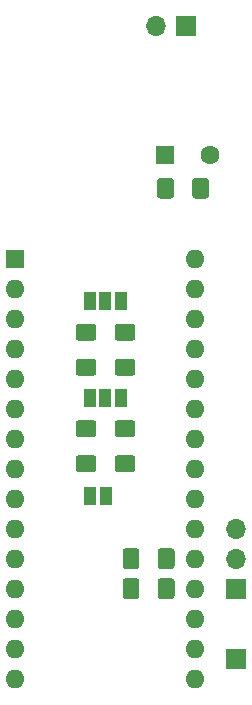
<source format=gbr>
G04 #@! TF.GenerationSoftware,KiCad,Pcbnew,(5.1.9)-1*
G04 #@! TF.CreationDate,2021-02-27T14:39:48+01:00*
G04 #@! TF.ProjectId,SteeringWheelInterface,53746565-7269-46e6-9757-6865656c496e,rev?*
G04 #@! TF.SameCoordinates,Original*
G04 #@! TF.FileFunction,Soldermask,Bot*
G04 #@! TF.FilePolarity,Negative*
%FSLAX46Y46*%
G04 Gerber Fmt 4.6, Leading zero omitted, Abs format (unit mm)*
G04 Created by KiCad (PCBNEW (5.1.9)-1) date 2021-02-27 14:39:48*
%MOMM*%
%LPD*%
G01*
G04 APERTURE LIST*
%ADD10R,1.000000X1.500000*%
%ADD11R,1.700000X1.700000*%
%ADD12O,1.700000X1.700000*%
%ADD13C,1.600000*%
%ADD14R,1.600000X1.600000*%
%ADD15O,1.600000X1.600000*%
G04 APERTURE END LIST*
D10*
X125700000Y-77216000D03*
X127000000Y-77216000D03*
X128300000Y-77216000D03*
X125700000Y-85471000D03*
X127000000Y-85471000D03*
X128300000Y-85471000D03*
X125730000Y-93726000D03*
X127030000Y-93726000D03*
G36*
G01*
X125974000Y-80595500D02*
X124724000Y-80595500D01*
G75*
G02*
X124474000Y-80345500I0J250000D01*
G01*
X124474000Y-79420500D01*
G75*
G02*
X124724000Y-79170500I250000J0D01*
G01*
X125974000Y-79170500D01*
G75*
G02*
X126224000Y-79420500I0J-250000D01*
G01*
X126224000Y-80345500D01*
G75*
G02*
X125974000Y-80595500I-250000J0D01*
G01*
G37*
G36*
G01*
X125974000Y-83570500D02*
X124724000Y-83570500D01*
G75*
G02*
X124474000Y-83320500I0J250000D01*
G01*
X124474000Y-82395500D01*
G75*
G02*
X124724000Y-82145500I250000J0D01*
G01*
X125974000Y-82145500D01*
G75*
G02*
X126224000Y-82395500I0J-250000D01*
G01*
X126224000Y-83320500D01*
G75*
G02*
X125974000Y-83570500I-250000J0D01*
G01*
G37*
G36*
G01*
X129276000Y-80595500D02*
X128026000Y-80595500D01*
G75*
G02*
X127776000Y-80345500I0J250000D01*
G01*
X127776000Y-79420500D01*
G75*
G02*
X128026000Y-79170500I250000J0D01*
G01*
X129276000Y-79170500D01*
G75*
G02*
X129526000Y-79420500I0J-250000D01*
G01*
X129526000Y-80345500D01*
G75*
G02*
X129276000Y-80595500I-250000J0D01*
G01*
G37*
G36*
G01*
X129276000Y-83570500D02*
X128026000Y-83570500D01*
G75*
G02*
X127776000Y-83320500I0J250000D01*
G01*
X127776000Y-82395500D01*
G75*
G02*
X128026000Y-82145500I250000J0D01*
G01*
X129276000Y-82145500D01*
G75*
G02*
X129526000Y-82395500I0J-250000D01*
G01*
X129526000Y-83320500D01*
G75*
G02*
X129276000Y-83570500I-250000J0D01*
G01*
G37*
G36*
G01*
X125974000Y-88760000D02*
X124724000Y-88760000D01*
G75*
G02*
X124474000Y-88510000I0J250000D01*
G01*
X124474000Y-87585000D01*
G75*
G02*
X124724000Y-87335000I250000J0D01*
G01*
X125974000Y-87335000D01*
G75*
G02*
X126224000Y-87585000I0J-250000D01*
G01*
X126224000Y-88510000D01*
G75*
G02*
X125974000Y-88760000I-250000J0D01*
G01*
G37*
G36*
G01*
X125974000Y-91735000D02*
X124724000Y-91735000D01*
G75*
G02*
X124474000Y-91485000I0J250000D01*
G01*
X124474000Y-90560000D01*
G75*
G02*
X124724000Y-90310000I250000J0D01*
G01*
X125974000Y-90310000D01*
G75*
G02*
X126224000Y-90560000I0J-250000D01*
G01*
X126224000Y-91485000D01*
G75*
G02*
X125974000Y-91735000I-250000J0D01*
G01*
G37*
G36*
G01*
X129276000Y-88760000D02*
X128026000Y-88760000D01*
G75*
G02*
X127776000Y-88510000I0J250000D01*
G01*
X127776000Y-87585000D01*
G75*
G02*
X128026000Y-87335000I250000J0D01*
G01*
X129276000Y-87335000D01*
G75*
G02*
X129526000Y-87585000I0J-250000D01*
G01*
X129526000Y-88510000D01*
G75*
G02*
X129276000Y-88760000I-250000J0D01*
G01*
G37*
G36*
G01*
X129276000Y-91735000D02*
X128026000Y-91735000D01*
G75*
G02*
X127776000Y-91485000I0J250000D01*
G01*
X127776000Y-90560000D01*
G75*
G02*
X128026000Y-90310000I250000J0D01*
G01*
X129276000Y-90310000D01*
G75*
G02*
X129526000Y-90560000I0J-250000D01*
G01*
X129526000Y-91485000D01*
G75*
G02*
X129276000Y-91735000I-250000J0D01*
G01*
G37*
D11*
X138049000Y-107569000D03*
D12*
X138049000Y-96520000D03*
X138049000Y-99060000D03*
D11*
X138049000Y-101600000D03*
D12*
X131318000Y-53975000D03*
D11*
X133858000Y-53975000D03*
G36*
G01*
X129871500Y-100975000D02*
X129871500Y-102225000D01*
G75*
G02*
X129621500Y-102475000I-250000J0D01*
G01*
X128696500Y-102475000D01*
G75*
G02*
X128446500Y-102225000I0J250000D01*
G01*
X128446500Y-100975000D01*
G75*
G02*
X128696500Y-100725000I250000J0D01*
G01*
X129621500Y-100725000D01*
G75*
G02*
X129871500Y-100975000I0J-250000D01*
G01*
G37*
G36*
G01*
X132846500Y-100975000D02*
X132846500Y-102225000D01*
G75*
G02*
X132596500Y-102475000I-250000J0D01*
G01*
X131671500Y-102475000D01*
G75*
G02*
X131421500Y-102225000I0J250000D01*
G01*
X131421500Y-100975000D01*
G75*
G02*
X131671500Y-100725000I250000J0D01*
G01*
X132596500Y-100725000D01*
G75*
G02*
X132846500Y-100975000I0J-250000D01*
G01*
G37*
G36*
G01*
X129871500Y-98435000D02*
X129871500Y-99685000D01*
G75*
G02*
X129621500Y-99935000I-250000J0D01*
G01*
X128696500Y-99935000D01*
G75*
G02*
X128446500Y-99685000I0J250000D01*
G01*
X128446500Y-98435000D01*
G75*
G02*
X128696500Y-98185000I250000J0D01*
G01*
X129621500Y-98185000D01*
G75*
G02*
X129871500Y-98435000I0J-250000D01*
G01*
G37*
G36*
G01*
X132846500Y-98435000D02*
X132846500Y-99685000D01*
G75*
G02*
X132596500Y-99935000I-250000J0D01*
G01*
X131671500Y-99935000D01*
G75*
G02*
X131421500Y-99685000I0J250000D01*
G01*
X131421500Y-98435000D01*
G75*
G02*
X131671500Y-98185000I250000J0D01*
G01*
X132596500Y-98185000D01*
G75*
G02*
X132846500Y-98435000I0J-250000D01*
G01*
G37*
G36*
G01*
X134342500Y-68316000D02*
X134342500Y-67066000D01*
G75*
G02*
X134592500Y-66816000I250000J0D01*
G01*
X135517500Y-66816000D01*
G75*
G02*
X135767500Y-67066000I0J-250000D01*
G01*
X135767500Y-68316000D01*
G75*
G02*
X135517500Y-68566000I-250000J0D01*
G01*
X134592500Y-68566000D01*
G75*
G02*
X134342500Y-68316000I0J250000D01*
G01*
G37*
G36*
G01*
X131367500Y-68316000D02*
X131367500Y-67066000D01*
G75*
G02*
X131617500Y-66816000I250000J0D01*
G01*
X132542500Y-66816000D01*
G75*
G02*
X132792500Y-67066000I0J-250000D01*
G01*
X132792500Y-68316000D01*
G75*
G02*
X132542500Y-68566000I-250000J0D01*
G01*
X131617500Y-68566000D01*
G75*
G02*
X131367500Y-68316000I0J250000D01*
G01*
G37*
D13*
X135880000Y-64897000D03*
D14*
X132080000Y-64897000D03*
D15*
X134620000Y-109220000D03*
X119380000Y-109220000D03*
X134620000Y-73660000D03*
X119380000Y-106680000D03*
X134620000Y-76200000D03*
X119380000Y-104140000D03*
X134620000Y-78740000D03*
X119380000Y-101600000D03*
X134620000Y-81280000D03*
X119380000Y-99060000D03*
X134620000Y-83820000D03*
X119380000Y-96520000D03*
X134620000Y-86360000D03*
X119380000Y-93980000D03*
X134620000Y-88900000D03*
X119380000Y-91440000D03*
X134620000Y-91440000D03*
X119380000Y-88900000D03*
X134620000Y-93980000D03*
X119380000Y-86360000D03*
X134620000Y-96520000D03*
X119380000Y-83820000D03*
X134620000Y-99060000D03*
X119380000Y-81280000D03*
X134620000Y-101600000D03*
X119380000Y-78740000D03*
X134620000Y-104140000D03*
X119380000Y-76200000D03*
X134620000Y-106680000D03*
D14*
X119380000Y-73660000D03*
M02*

</source>
